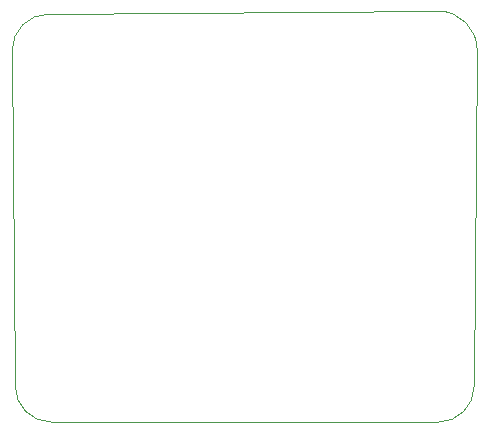
<source format=gbr>
%TF.GenerationSoftware,KiCad,Pcbnew,(6.0.7-1)-1*%
%TF.CreationDate,2022-10-05T21:39:38-05:00*%
%TF.ProjectId,KiCad,4b694361-642e-46b6-9963-61645f706362,rev?*%
%TF.SameCoordinates,Original*%
%TF.FileFunction,Profile,NP*%
%FSLAX46Y46*%
G04 Gerber Fmt 4.6, Leading zero omitted, Abs format (unit mm)*
G04 Created by KiCad (PCBNEW (6.0.7-1)-1) date 2022-10-05 21:39:38*
%MOMM*%
%LPD*%
G01*
G04 APERTURE LIST*
%TA.AperFunction,Profile*%
%ADD10C,0.100000*%
%TD*%
G04 APERTURE END LIST*
D10*
X142240000Y-70358000D02*
X109220000Y-70612000D01*
X145288000Y-102108000D02*
X145542000Y-73660000D01*
X109474000Y-105156000D02*
X142240000Y-105156000D01*
X106172000Y-73660000D02*
X106426000Y-102108000D01*
X142240000Y-105156000D02*
G75*
G03*
X145288000Y-102108000I0J3048000D01*
G01*
X106426000Y-102108000D02*
G75*
G03*
X109474000Y-105156000I3048000J0D01*
G01*
X109220000Y-70612000D02*
G75*
G03*
X106172000Y-73660000I0J-3048000D01*
G01*
X145542000Y-73660000D02*
G75*
G03*
X142240000Y-70358000I-3302000J0D01*
G01*
M02*

</source>
